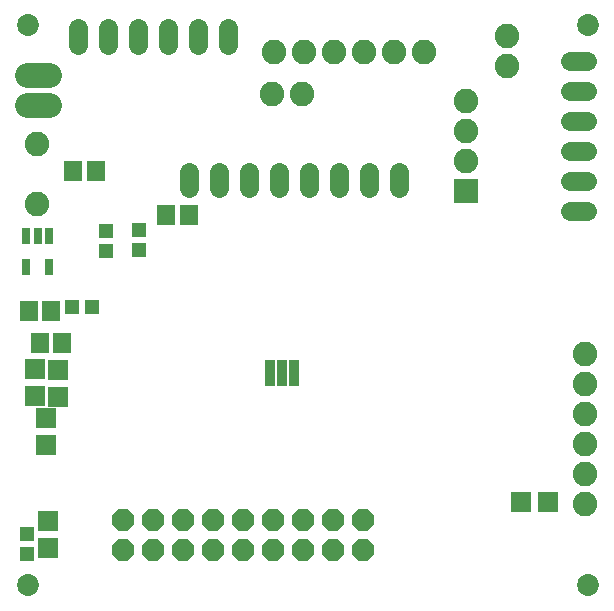
<source format=gbs>
G75*
G70*
%OFA0B0*%
%FSLAX24Y24*%
%IPPOS*%
%LPD*%
%AMOC8*
5,1,8,0,0,1.08239X$1,22.5*
%
%ADD10C,0.0730*%
%ADD11R,0.0680X0.0680*%
%ADD12R,0.0356X0.0867*%
%ADD13C,0.0640*%
%ADD14R,0.0592X0.0710*%
%ADD15C,0.0820*%
%ADD16R,0.0820X0.0820*%
%ADD17R,0.0474X0.0513*%
%ADD18OC8,0.0720*%
%ADD19R,0.0513X0.0474*%
%ADD20R,0.0297X0.0552*%
%ADD21R,0.0592X0.0671*%
%ADD22C,0.0820*%
D10*
X001034Y000671D03*
X019711Y000671D03*
X019711Y019349D03*
X001034Y019349D03*
D11*
X001270Y007872D03*
X002047Y007852D03*
X002047Y006952D03*
X001270Y006972D03*
X001626Y006238D03*
X001626Y005338D03*
X001710Y002810D03*
X001710Y001910D03*
X017449Y003467D03*
X018349Y003467D03*
D12*
X009893Y007760D03*
X009500Y007760D03*
X009106Y007760D03*
D13*
X009398Y013910D02*
X009398Y014470D01*
X010398Y014470D02*
X010398Y013910D01*
X011398Y013910D02*
X011398Y014470D01*
X012398Y014470D02*
X012398Y013910D01*
X013398Y013910D02*
X013398Y014470D01*
X008398Y014470D02*
X008398Y013910D01*
X007398Y013910D02*
X007398Y014470D01*
X006398Y014470D02*
X006398Y013910D01*
X006710Y018686D02*
X006710Y019246D01*
X005710Y019246D02*
X005710Y018686D01*
X004710Y018686D02*
X004710Y019246D01*
X003710Y019246D02*
X003710Y018686D01*
X002710Y018686D02*
X002710Y019246D01*
X007710Y019246D02*
X007710Y018686D01*
X019089Y018165D02*
X019649Y018165D01*
X019649Y017165D02*
X019089Y017165D01*
X019089Y016165D02*
X019649Y016165D01*
X019649Y015165D02*
X019089Y015165D01*
X019089Y014165D02*
X019649Y014165D01*
X019649Y013165D02*
X019089Y013165D01*
D14*
X006382Y013021D03*
X005634Y013021D03*
X003286Y014493D03*
X002538Y014493D03*
D15*
X001327Y015378D03*
X001327Y013378D03*
X009180Y017041D03*
X010180Y017041D03*
X010219Y018439D03*
X009219Y018439D03*
X011219Y018439D03*
X012219Y018439D03*
X013219Y018439D03*
X014219Y018439D03*
X015644Y016833D03*
X015644Y015833D03*
X015644Y014833D03*
X017011Y017974D03*
X017011Y018974D03*
X019581Y008400D03*
X019581Y007400D03*
X019581Y006400D03*
X019581Y005400D03*
X019581Y004400D03*
X019581Y003400D03*
D16*
X015644Y013833D03*
D17*
X004743Y012514D03*
X004743Y011845D03*
X003644Y011825D03*
X003644Y012494D03*
X000999Y002396D03*
X000999Y001726D03*
D18*
X004200Y001860D03*
X005200Y001860D03*
X006200Y001860D03*
X007200Y001860D03*
X008200Y001860D03*
X009200Y001860D03*
X010200Y001860D03*
X011200Y001860D03*
X012200Y001860D03*
X012200Y002860D03*
X011200Y002860D03*
X010200Y002860D03*
X009200Y002860D03*
X008200Y002860D03*
X007200Y002860D03*
X006200Y002860D03*
X005200Y002860D03*
X004200Y002860D03*
D19*
X003152Y009943D03*
X002483Y009943D03*
D20*
X001723Y011285D03*
X000975Y011285D03*
X000975Y012309D03*
X001349Y012309D03*
X001723Y012309D03*
D21*
X001798Y009809D03*
X001050Y009809D03*
X001424Y008746D03*
X002172Y008746D03*
D22*
X001735Y016703D02*
X000995Y016703D01*
X000995Y017703D02*
X001735Y017703D01*
M02*

</source>
